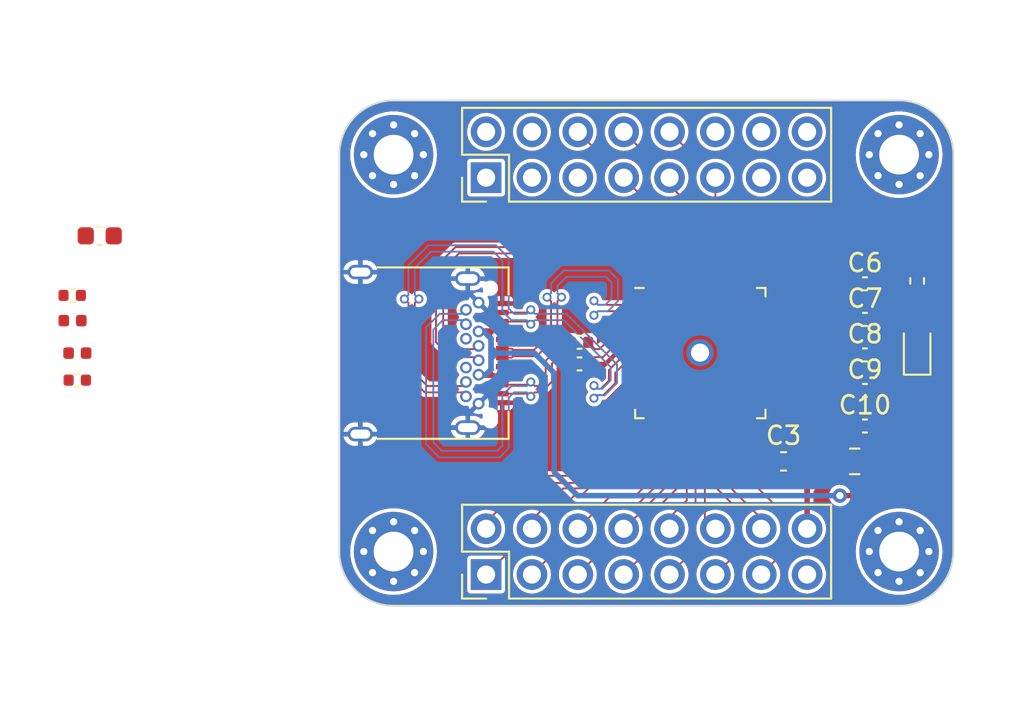
<source format=kicad_pcb>
(kicad_pcb (version 20221018) (generator pcbnew)
  (layers (0 "F.Cu" signal) (31 "B.Cu" signal) (34 "B.Paste" user) (35 "F.Paste" user) (36 "B.SilkS" user "B.Silkscreen") (37 "F.SilkS" user "F.Silkscreen") (38 "B.Mask" user) (39 "F.Mask" user) (44 "Edge.Cuts" user))
  (net 0 "")
  (net 1 "Net-(J1-VBUS)")
  (net 6 "/TYPEC_RXN")
  (net 7 "/GPIO5")
  (net 8 "/SSRXP")
  (net 9 "/TYPEC_RXP")
  (net 11 "/SSTXP")
  (net 12 "/SSTXN")
  (net 13 "/GPIO4")
  (net 14 "/12")
  (net 15 "/JTAG_TMS")
  (net 16 "/14")
  (net 17 "/JTAG_TCK")
  (net 18 "/16")
  (net 19 "/15")
  (net 20 "/18")
  (net 21 "/JTAG_TDI")
  (net 22 "/20")
  (net 23 "/19")
  (net 24 "/22")
  (net 25 "/21")
  (net 26 "/3V3_HEC")
  (net 27 "/1V2_HEC")
  (net 30 "HPAD")
  (net 39 "/47")
  (net 40 "/46")
  (net 41 "/45")
  (net 42 "/43")
  (net 43 "/42")
  (net 45 "/41")
  (net 46 "/39")
  (net 47 "/38")
  (net 49 "/37")
  (net 50 "/36")
  (net 51 "/35")
  (net 53 "/USB_DP")
  (net 54 "/USB_DN")
  (net 57 "VBUS")
  (net 58 "GND")
  (net 59 "/33")
  (net 60 "/29")
  (net 64 "+1V2")
  (net 65 "+3V3")
  (net 70 "Net-(D1-A)")
  (net 71 "/9")
  (net 72 "/SSRXN")
  (net 73 "unconnected-(J3-Pin_2)")
  (net 74 "/11")
  (net 75 "/10")
  (net 76 "/13")
  (net 77 "/17")
  (net 78 "+1V8")
  (net 79 "VCAP")
  (footprint "Capacitor_SMD:C_0402_1005Metric" (layer "F.Cu") (at 25.3 25.4 180)
    (fp_text reference "C1" hide)
    (fp_text value "100nF")
  )
  (footprint "Capacitor_SMD:C_0603_1608Metric" (layer "F.Cu") (at -1.275 19.5)
    (fp_text reference "C3" hide)
    (fp_text value "6uF")
  )
  (footprint "Connector_PinHeader_2.54mm:PinHeader_2x08_P2.54mm_Vertical" (layer "F.Cu") (at 20.125 38.275 90)
    (fp_text reference "J3" hide)
    (fp_text value "Conn_02x08_Odd_Even")
  )
  (footprint "Capacitor_SMD:C_0402_1005Metric" (layer "F.Cu") (at 41.11 24.13)
    (fp_text reference "C7")
    (fp_text value "C")
  )
  (footprint "LED_SMD:LED_0603_1608Metric" (layer "F.Cu") (at 44 25.71 90)
    (fp_text reference "D1" hide)
    (fp_text value "LED")
  )
  (footprint "Capacitor_SMD:C_0603_1608Metric" (layer "F.Cu") (at 36.6 32)
    (fp_text reference "C3")
    (fp_text value "6uF")
  )
  (footprint "Capacitor_SMD:C_0402_1005Metric" (layer "F.Cu") (at 25.3 26.6 180)
    (fp_text reference "C2" hide)
    (fp_text value "100nF")
  )
  (footprint "Capacitor_SMD:C_0402_1005Metric" (layer "F.Cu") (at -2.52 27.5)
    (fp_text reference "C4" hide)
    (fp_text value "100nF")
  )
  (footprint "MountingHole:MountingHole_2.2mm_M2_Pad_Via" (layer "F.Cu") (at 15 15)
    (fp_text reference "H1" hide)
    (fp_text value "MountingHole_Pad")
  )
  (footprint "Inductor_SMD:L_0402_1005Metric" (layer "F.Cu") (at -2.515 26 180)
    (fp_text reference "L1" hide)
    (fp_text value "L")
  )
  (footprint "Inductor_SMD:L_0402_1005Metric" (layer "F.Cu") (at -2.78 24.2 180)
    (fp_text reference "L2" hide)
    (fp_text value "L")
  )
  (footprint "Connector_USB:USB_C_Receptacle_Amphenol_12401548E4-2A" (layer "F.Cu") (at 16 26 -90)
    (fp_text reference "J1" hide)
    (fp_text value "USB_C_Receptacle")
  )
  (footprint "Resistor_SMD:R_0402_1005Metric" (layer "F.Cu") (at 44 22 -90)
    (fp_text reference "R1" hide)
    (fp_text value "R")
  )
  (footprint "Capacitor_SMD:C_0402_1005Metric" (layer "F.Cu") (at 41.11 28.07)
    (fp_text reference "C9")
    (fp_text value "C")
  )
  (footprint "Capacitor_SMD:C_0402_1005Metric" (layer "F.Cu") (at 41.11 30.04)
    (fp_text reference "C10")
    (fp_text value "C")
  )
  (footprint "Connector_PinHeader_2.54mm:PinHeader_2x08_P2.54mm_Vertical" (layer "F.Cu") (at 20.125 16.275 90)
    (fp_text reference "J2" hide)
    (fp_text value "Conn_02x08_Odd_Even")
  )
  (footprint "MountingHole:MountingHole_2.2mm_M2_Pad_Via" (layer "F.Cu") (at 43 37)
    (fp_text reference "H4" hide)
    (fp_text value "MountingHole_Pad")
  )
  (footprint "MountingHole:MountingHole_2.2mm_M2_Pad_Via" (layer "F.Cu") (at 43 15)
    (fp_text reference "H3" hide)
    (fp_text value "MountingHole_Pad")
  )
  (footprint "MountingHole:MountingHole_2.2mm_M2_Pad_Via" (layer "F.Cu") (at 15 37)
    (fp_text reference "H2" hide)
    (fp_text value "MountingHole_Pad")
  )
  (footprint "Capacitor_SMD:C_0402_1005Metric" (layer "F.Cu") (at 41.11 26.1)
    (fp_text reference "C8")
    (fp_text value "C")
  )
  (footprint "sandisk:20-82-00388" (layer "F.Cu") (at 32 26)
    (fp_text reference "U1" hide)
    (fp_text value "~")
  )
  (footprint "Fuse:Fuse_0805_2012Metric" (layer "F.Cu") (at 40.5375 32 180)
    (fp_text reference "F1" hide)
    (fp_text value "Fuse")
  )
  (footprint "Capacitor_SMD:C_0402_1005Metric" (layer "F.Cu") (at 41.11 22.16)
    (fp_text reference "C6")
    (fp_text value "C")
  )
  (footprint "Capacitor_SMD:C_0402_1005Metric" (layer "F.Cu") (at -2.8 22.8)
    (fp_text reference "C5" hide)
    (fp_text value "100nF")
  )
  (gr_arc (start 15 40) (mid 12.87868 39.12132) (end 12 37) (stroke (width 0.1)) (layer "Edge.Cuts"))
  (gr_line (start 43 40) (end 15 40) (stroke (width 0.1)) (layer "Edge.Cuts"))
  (gr_arc (start 46 37) (mid 45.12132 39.12132) (end 43 40) (stroke (width 0.1)) (layer "Edge.Cuts"))
  (gr_line (start 46 15) (end 46 37) (stroke (width 0.1)) (layer "Edge.Cuts"))
  (gr_arc (start 12 15) (mid 12.87868 12.87868) (end 15 12) (stroke (width 0.1)) (layer "Edge.Cuts"))
  (gr_line (start 12 37) (end 12 15) (stroke (width 0.1)) (layer "Edge.Cuts"))
  (gr_arc (start 43 12) (mid 45.12132 12.87868) (end 46 15) (stroke (width 0.1)) (layer "Edge.Cuts"))
  (gr_line (start 15 12) (end 43 12) (stroke (width 0.1)) (layer "Edge.Cuts"))
  (segment (start 41.475 33.025) (end 41.475 32) (width 0.3048) (layer "F.Cu") (net 1))
  (segment (start 21.02 24.75) (end 20.35 24.75) (width 0.25) (layer "F.Cu") (net 1))
  (segment (start 20.65 27.25) (end 20.55 27.25) (width 0.2032) (layer "F.Cu") (net 1))
  (segment (start 20.65 27.25) (end 20.35 27.25) (width 0.25) (layer "F.Cu") (net 1))
  (segment (start 20.35 24.75) (end 19.76 24.75) (width 0.25) (layer "F.Cu") (net 1))
  (segment (start 21.02 24.75) (end 20.55 24.75) (width 0.2032) (layer "F.Cu") (net 1))
  (segment (start 20.2 24.8) (end 20.35 24.95) (width 0.2032) (layer "F.Cu") (net 1))
  (segment (start 20.05 27.25) (end 20.15 27.25) (width 0.2032) (layer "F.Cu") (net 1))
  (segment (start 20.55 27.25) (end 20.35 27.05) (width 0.2032) (layer "F.Cu") (net 1))
  (segment (start 20.35 24.75) (end 20.35 25.05) (width 0.2032) (layer "F.Cu") (net 1))
  (segment (start 19.76 24.75) (end 19.71 24.8) (width 0.25) (layer "F.Cu") (net 1))
  (segment (start 20.35 27.25) (end 20.05 27.25) (width 0.25) (layer "F.Cu") (net 1))
  (segment (start 21.02 27.25) (end 20.65 27.25) (width 0.25) (layer "F.Cu") (net 1))
  (segment (start 20.55 24.75) (end 20.35 24.95) (width 0.2032) (layer "F.Cu") (net 1))
  (segment (start 20.35 25.05) (end 20.35 27.05) (width 0.2032) (layer "F.Cu") (net 1))
  (segment (start 19.71 24.8) (end 20.2 24.8) (width 0.2032) (layer "F.Cu") (net 1))
  (segment (start 20.15 27.25) (end 20.35 27.05) (width 0.2032) (layer "F.Cu") (net 1))
  (segment (start 39.720192 33.9) (end 40.6 33.9) (width 0.3048) (layer "F.Cu") (net 1))
  (segment (start 20.05 27.25) (end 19.76 27.25) (width 0.25) (layer "F.Cu") (net 1))
  (segment (start 40.6 33.9) (end 41.475 33.025) (width 0.3048) (layer "F.Cu") (net 1))
  (segment (start 20.35 27.05) (end 20.35 27.25) (width 0.2032) (layer "F.Cu") (net 1))
  (segment (start 19.76 27.25) (end 19.71 27.2) (width 0.25) (layer "F.Cu") (net 1))
  (segment (start 20.35 24.95) (end 20.35 25.05) (width 0.2032) (layer "F.Cu") (net 1))
  (via (at 39.720192 33.9) (size 0.8) (drill 0.4) (layers "F.Cu" "B.Cu") (net 1))
  (segment (start 20.7 26) (end 20.5 26.2) (width 0.3048) (layer "B.Cu") (net 1))
  (segment (start 19.71 24.8) (end 20 24.8) (width 0.3048) (layer "B.Cu") (net 1))
  (segment (start 25.2 33.9) (end 23.9 32.6) (width 0.3048) (layer "B.Cu") (net 1))
  (segment (start 20.4 26.9) (end 20.1 27.2) (width 0.3048) (layer "B.Cu") (net 1))
  (segment (start 20.7 26) (end 20.5 25.8) (width 0.3048) (layer "B.Cu") (net 1))
  (segment (start 20.4 25.8) (end 20.4 26) (width 0.3048) (layer "B.Cu") (net 1))
  (segment (start 20.5 26.2) (end 20.4 26.2) (width 0.3048) (layer "B.Cu") (net 1))
  (segment (start 20 24.8) (end 20.4 25.2) (width 0.3048) (layer "B.Cu") (net 1))
  (segment (start 20.4 25.2) (end 20.4 25.8) (width 0.3048) (layer "B.Cu") (net 1))
  (segment (start 20.4 26.2) (end 20.4 26.9) (width 0.3048) (layer "B.Cu") (net 1))
  (segment (start 20.5 25.8) (end 20.4 25.8) (width 0.3048) (layer "B.Cu") (net 1))
  (segment (start 39.720192 33.9) (end 25.2 33.9) (width 0.3048) (layer "B.Cu") (net 1))
  (segment (start 23.9 32.6) (end 23.9 27.1) (width 0.3048) (layer "B.Cu") (net 1))
  (segment (start 20.1 27.2) (end 19.71 27.2) (width 0.3048) (layer "B.Cu") (net 1))
  (segment (start 23.9 27.1) (end 22.8 26) (width 0.3048) (layer "B.Cu") (net 1))
  (segment (start 20.4 26) (end 20.7 26) (width 0.3048) (layer "B.Cu") (net 1))
  (segment (start 20.4 26) (end 20.4 26.2) (width 0.3048) (layer "B.Cu") (net 1))
  (segment (start 22.8 26) (end 20.7 26) (width 0.3048) (layer "B.Cu") (net 1))
  (segment (start 22.45 27.75) (end 22.6 27.6) (width 0.1016) (layer "F.Cu") (net 6))
  (segment (start 24.3958 25.8242) (end 24.82 25.4) (width 0.1016) (layer "F.Cu") (net 6))
  (segment (start 21.02 27.75) (end 22.45 27.75) (width 0.1016) (layer "F.Cu") (net 6))
  (segment (start 23.4242 26.42718) (end 24.02718 25.8242) (width 0.1016) (layer "F.Cu") (net 6))
  (segment (start 24.02718 25.8242) (end 24.3958 25.8242) (width 0.1016) (layer "F.Cu") (net 6))
  (segment (start 22.8242 27.8242) (end 23.02718 27.8242) (width 0.1016) (layer "F.Cu") (net 6))
  (segment (start 22.6 27.6) (end 22.8242 27.8242) (width 0.1016) (layer "F.Cu") (net 6))
  (segment (start 23.02718 27.8242) (end 23.4242 27.42718) (width 0.1016) (layer "F.Cu") (net 6))
  (segment (start 23.4242 27.42718) (end 23.4242 26.42718) (width 0.1016) (layer "F.Cu") (net 6))
  (via (at 22.6 27.6) (size 0.5) (drill 0.3) (layers "F.Cu" "B.Cu") (net 6))
  (segment (start 22.3758 27.8242) (end 21.52718 27.8242) (width 0.1016) (layer "B.Cu") (net 6))
  (segment (start 17.2 24.701108) (end 17.725308 24.1758) (width 0.1016) (layer "B.Cu") (net 6))
  (segment (start 17.725308 24.1758) (end 18.7858 24.1758) (width 0.1016) (layer "B.Cu") (net 6))
  (segment (start 21.52718 27.8242) (end 21.0242 28.32718) (width 0.1016) (layer "B.Cu") (net 6))
  (segment (start 17.67282 31.4242) (end 17.2 30.95138) (width 0.1016) (layer "B.Cu") (net 6))
  (segment (start 17.2 30.95138) (end 17.2 24.701108) (width 0.1016) (layer "B.Cu") (net 6))
  (segment (start 21.0242 31.12718) (end 20.72718 31.4242) (width 0.1016) (layer "B.Cu") (net 6))
  (segment (start 20.72718 31.4242) (end 17.67282 31.4242) (width 0.1016) (layer "B.Cu") (net 6))
  (segment (start 22.6 27.6) (end 22.3758 27.8242) (width 0.1016) (layer "B.Cu") (net 6))
  (segment (start 18.7858 24.1758) (end 19.01 24.4) (width 0.1016) (layer "B.Cu") (net 6))
  (segment (start 21.0242 28.32718) (end 21.0242 31.12718) (width 0.1016) (layer "B.Cu") (net 6))
  (segment (start 28.515001 25.225001) (end 28.54 25.25) (width 0.1016) (layer "F.Cu") (net 8))
  (segment (start 25.78 26.6) (end 26.154999 26.225001) (width 0.1016) (layer "F.Cu") (net 8))
  (segment (start 26.154999 26.225001) (end 26.593199 26.225001) (width 0.1016) (layer "F.Cu") (net 8))
  (segment (start 27.593199 25.225001) (end 28.515001 25.225001) (width 0.1016) (layer "F.Cu") (net 8))
  (segment (start 26.593199 26.225001) (end 27.593199 25.225001) (width 0.1016) (layer "F.Cu") (net 8))
  (segment (start 23.7758 27.57282) (end 23.7758 26.57282) (width 0.1016) (layer "F.Cu") (net 9))
  (segment (start 22.6 28.4) (end 22.8242 28.1758) (width 0.1016) (layer "F.Cu") (net 9))
  (segment (start 22.8242 28.1758) (end 23.17282 28.1758) (width 0.1016) (layer "F.Cu") (net 9))
  (segment (start 22.45 28.25) (end 22.6 28.4) (width 0.1016) (layer "F.Cu") (net 9))
  (segment (start 23.17282 28.1758) (end 23.7758 27.57282) (width 0.1016) (layer "F.Cu") (net 9))
  (segment (start 24.17282 26.1758) (end 24.3958 26.1758) (width 0.1016) (layer "F.Cu") (net 9))
  (segment (start 21.02 28.25) (end 22.45 28.25) (width 0.1016) (layer "F.Cu") (net 9))
  (segment (start 23.7758 26.57282) (end 24.17282 26.1758) (width 0.1016) (layer "F.Cu") (net 9))
  (segment (start 24.3958 26.1758) (end 24.82 26.6) (width 0.1016) (layer "F.Cu") (net 9))
  (via (at 22.6 28.4) (size 0.5) (drill 0.3) (layers "F.Cu" "B.Cu") (net 9))
  (segment (start 20.87282 31.7758) (end 17.52718 31.7758) (width 0.1016) (layer "B.Cu") (net 9))
  (segment (start 18.7858 23.8242) (end 19.01 23.6) (width 0.1016) (layer "B.Cu") (net 9))
  (segment (start 17.55149 23.8242) (end 18.7858 23.8242) (width 0.1016) (layer "B.Cu") (net 9))
  (segment (start 21.67282 28.1758) (end 21.3758 28.47282) (width 0.1016) (layer "B.Cu") (net 9))
  (segment (start 16.8 31.04862) (end 16.8 24.57569) (width 0.1016) (layer "B.Cu") (net 9))
  (segment (start 16.8 24.57569) (end 17.55149 23.8242) (width 0.1016) (layer "B.Cu") (net 9))
  (segment (start 22.6 28.4) (end 22.3758 28.1758) (width 0.1016) (layer "B.Cu") (net 9))
  (segment (start 17.52718 31.7758) (end 16.8 31.04862) (width 0.1016) (layer "B.Cu") (net 9))
  (segment (start 22.3758 28.1758) (end 21.67282 28.1758) (width 0.1016) (layer "B.Cu") (net 9))
  (segment (start 21.3758 31.27282) (end 20.87282 31.7758) (width 0.1016) (layer "B.Cu") (net 9))
  (segment (start 21.3758 28.47282) (end 21.3758 31.27282) (width 0.1016) (layer "B.Cu") (net 9))
  (segment (start 16.72718 28.1758) (end 18.7858 28.1758) (width 0.1016) (layer "F.Cu") (net 11))
  (segment (start 26.62282 28.3258) (end 27.2758 27.67282) (width 0.1016) (layer "F.Cu") (net 11))
  (segment (start 28.4658 26.6758) (end 28.54 26.75) (width 0.1016) (layer "F.Cu") (net 11))
  (segment (start 21.02 23.75) (end 22.45 23.75) (width 0.1016) (layer "F.Cu") (net 11))
  (segment (start 27.2758 27.090409) (end 27.690409 26.6758) (width 0.1016) (layer "F.Cu") (net 11))
  (segment (start 15.8242 27.27282) (end 16.72718 28.1758) (width 0.1016) (layer "F.Cu") (net 11))
  (segment (start 27.2758 27.67282) (end 27.2758 27.090409) (width 0.1016) (layer "F.Cu") (net 11))
  (segment (start 26.1 28.5) (end 26.2742 28.3258) (width 0.1016) (layer "F.Cu") (net 11))
  (segment (start 15.8242 23.2242) (end 15.8242 27.27282) (width 0.1016) (layer "F.Cu") (net 11))
  (segment (start 15.6 23) (end 15.8242 23.2242) (width 0.1016) (layer "F.Cu") (net 11))
  (segment (start 26.2742 28.3258) (end 26.62282 28.3258) (width 0.1016) (layer "F.Cu") (net 11))
  (segment (start 18.7858 28.1758) (end 19.01 28.4) (width 0.1016) (layer "F.Cu") (net 11))
  (segment (start 27.690409 26.6758) (end 28.4658 26.6758) (width 0.1016) (layer "F.Cu") (net 11))
  (segment (start 22.45 23.75) (end 22.6 23.6) (width 0.1016) (layer "F.Cu") (net 11))
  (via (at 15.6 23) (size 0.5) (drill 0.3) (layers "F.Cu" "B.Cu") (net 11))
  (via (at 26.1 28.5) (size 0.5) (drill 0.3) (layers "F.Cu" "B.Cu") (net 11))
  (via (at 22.6 23.6) (size 0.5) (drill 0.3) (layers "F.Cu" "B.Cu") (net 11))
  (segment (start 15.8242 22.7758) (end 15.6 23) (width 0.1016) (layer "B.Cu") (net 11))
  (segment (start 22.6 23.6) (end 22.8242 23.8242) (width 0.1016) (layer "B.Cu") (net 11))
  (segment (start 27.3758 26.62718) (end 27.3758 27.655231) (width 0.1016) (layer "B.Cu") (net 11))
  (segment (start 16.92718 20.0242) (end 15.8242 21.12718) (width 0.1016) (layer "B.Cu") (net 11))
  (segment (start 21.3758 20.72718) (end 20.67282 20.0242) (width 0.1016) (layer "B.Cu") (net 11))
  (segment (start 22.6 23.6) (end 22.3758 23.8242) (width 0.1016) (layer "B.Cu") (net 11))
  (segment (start 22.8242 23.8242) (end 24.57282 23.8242) (width 0.1016) (layer "B.Cu") (net 11))
  (segment (start 26.2742 28.3258) (end 26.1 28.5) (width 0.1016) (layer "B.Cu") (net 11))
  (segment (start 21.67282 23.8242) (end 21.3758 23.52718) (width 0.1016) (layer "B.Cu") (net 11))
  (segment (start 24.57282 23.8242) (end 27.3758 26.62718) (width 0.1016) (layer "B.Cu") (net 11))
  (segment (start 26.705231 28.3258) (end 26.2742 28.3258) (width 0.1016) (layer "B.Cu") (net 11))
  (segment (start 22.3758 23.8242) (end 21.67282 23.8242) (width 0.1016) (layer "B.Cu") (net 11))
  (segment (start 21.3758 23.52718) (end 21.3758 20.72718) (width 0.1016) (layer "B.Cu") (net 11))
  (segment (start 27.3758 27.655231) (end 26.705231 28.3258) (width 0.1016) (layer "B.Cu") (net 11))
  (segment (start 15.8242 21.12718) (end 15.8242 22.7758) (width 0.1016) (layer "B.Cu") (net 11))
  (segment (start 20.67282 20.0242) (end 16.92718 20.0242) (width 0.1016) (layer "B.Cu") (net 11))
  (segment (start 18.7858 27.8242) (end 19.01 27.6) (width 0.1016) (layer "F.Cu") (net 12))
  (segment (start 16.87282 27.8242) (end 18.7858 27.8242) (width 0.1016) (layer "F.Cu") (net 12))
  (segment (start 21.02 24.25) (end 22.45 24.25) (width 0.1016) (layer "F.Cu") (net 12))
  (segment (start 26.1 27.8) (end 26.2742 27.9742) (width 0.1016) (layer "F.Cu") (net 12))
  (segment (start 16.1758 27.12718) (end 16.87282 27.8242) (width 0.1016) (layer "F.Cu") (net 12))
  (segment (start 16.1758 23.2242) (end 16.1758 27.12718) (width 0.1016) (layer "F.Cu") (net 12))
  (segment (start 26.9242 27.52718) (end 26.9242 26.944769) (width 0.1016) (layer "F.Cu") (net 12))
  (segment (start 26.9242 26.944769) (end 27.544769 26.3242) (width 0.1016) (layer "F.Cu") (net 12))
  (segment (start 26.2742 27.9742) (end 26.47718 27.9742) (width 0.1016) (layer "F.Cu") (net 12))
  (segment (start 28.4658 26.3242) (end 28.54 26.25) (width 0.1016) (layer "F.Cu") (net 12))
  (segment (start 26.47718 27.9742) (end 26.9242 27.52718) (width 0.1016) (layer "F.Cu") (net 12))
  (segment (start 16.4 23) (end 16.1758 23.2242) (width 0.1016) (layer "F.Cu") (net 12))
  (segment (start 22.45 24.25) (end 22.6 24.4) (width 0.1016) (layer "F.Cu") (net 12))
  (segment (start 27.544769 26.3242) (end 28.4658 26.3242) (width 0.1016) (layer "F.Cu") (net 12))
  (via (at 26.1 27.8) (size 0.5) (drill 0.3) (layers "F.Cu" "B.Cu") (net 12))
  (via (at 22.6 24.4) (size 0.5) (drill 0.3) (layers "F.Cu" "B.Cu") (net 12))
  (via (at 16.4 23) (size 0.5) (drill 0.3) (layers "F.Cu" "B.Cu") (net 12))
  (segment (start 27.0242 27.509591) (end 26.559591 27.9742) (width 0.1016) (layer "B.Cu") (net 12))
  (segment (start 26.559591 27.9742) (end 26.2742 27.9742) (width 0.1016) (layer "B.Cu") (net 12))
  (segment (start 27.0242 26.77282) (end 27.0242 27.509591) (width 0.1016) (layer "B.Cu") (net 12))
  (segment (start 21.0242 20.87282) (end 20.52718 20.3758) (width 0.1016) (layer "B.Cu") (net 12))
  (segment (start 22.8242 24.1758) (end 24.42718 24.1758) (width 0.1016) (layer "B.Cu") (net 12))
  (segment (start 22.6 24.4) (end 22.3758 24.1758) (width 0.1016) (layer "B.Cu") (net 12))
  (segment (start 22.6 24.4) (end 22.8242 24.1758) (width 0.1016) (layer "B.Cu") (net 12))
  (segment (start 21.0242 23.67282) (end 21.0242 20.87282) (width 0.1016) (layer "B.Cu") (net 12))
  (segment (start 24.42718 24.1758) (end 27.0242 26.77282) (width 0.1016) (layer "B.Cu") (net 12))
  (segment (start 16.1758 22.7758) (end 16.4 23) (width 0.1016) (layer "B.Cu") (net 12))
  (segment (start 17.07282 20.3758) (end 16.1758 21.27282) (width 0.1016) (layer "B.Cu") (net 12))
  (segment (start 16.1758 21.27282) (end 16.1758 22.7758) (width 0.1016) (layer "B.Cu") (net 12))
  (segment (start 26.2742 27.9742) (end 26.1 27.8) (width 0.1016) (layer "B.Cu") (net 12))
  (segment (start 21.52718 24.1758) (end 21.0242 23.67282) (width 0.1016) (layer "B.Cu") (net 12))
  (segment (start 20.52718 20.3758) (end 17.07282 20.3758) (width 0.1016) (layer "B.Cu") (net 12))
  (segment (start 22.3758 24.1758) (end 21.52718 24.1758) (width 0.1016) (layer "B.Cu") (net 12))
  (segment (start 26.9 30) (end 26.9 32.4) (width 0.1016) (layer "F.Cu") (net 14))
  (segment (start 25.4 33.9) (end 25 33.9) (width 0.1016) (layer "F.Cu") (net 14))
  (segment (start 28.54 28.75) (end 28.15 28.75) (width 0.1016) (layer "F.Cu") (net 14))
  (segment (start 23.9 37.04) (end 22.665 38.275) (width 0.1016) (layer "F.Cu") (net 14))
  (segment (start 28.15 28.75) (end 26.9 30) (width 0.1016) (layer "F.Cu") (net 14))
  (segment (start 26.9 32.4) (end 25.4 33.9) (width 0.1016) (layer "F.Cu") (net 14))
  (segment (start 25 33.9) (end 23.9 35) (width 0.1016) (layer "F.Cu") (net 14))
  (segment (start 23.9 35) (end 23.9 37.04) (width 0.1016) (layer "F.Cu") (net 14))
  (segment (start 26.5984 32.275074) (end 26.5984 29.8016) (width 0.1016) (layer "F.Cu") (net 15))
  (segment (start 25.375074 33.4984) (end 26.5984 32.275074) (width 0.1016) (layer "F.Cu") (net 15))
  (segment (start 22.665 35.735) (end 22.665 35.235) (width 0.1016) (layer "F.Cu") (net 15))
  (segment (start 26.5984 29.8016) (end 28.15 28.25) (width 0.1016) (layer "F.Cu") (net 15))
  (segment (start 22.665 35.235) (end 24.4016 33.4984) (width 0.1016) (layer "F.Cu") (net 15))
  (segment (start 28.15 28.25) (end 28.54 28.25) (width 0.1016) (layer "F.Cu") (net 15))
  (segment (start 24.4016 33.4984) (end 25.375074 33.4984) (width 0.1016) (layer "F.Cu") (net 15))
  (segment (start 28.4 34.5) (end 29.74 33.16) (width 0.1016) (layer "F.Cu") (net 16))
  (segment (start 25.205 38.275) (end 26.5 36.98) (width 0.1016) (layer "F.Cu") (net 16))
  (segment (start 26.5 35.1) (end 27.1 34.5) (width 0.1016) (layer "F.Cu") (net 16))
  (segment (start 27.1 34.5) (end 28.4 34.5) (width 0.1016) (layer "F.Cu") (net 16))
  (segment (start 26.5 36.98) (end 26.5 35.1) (width 0.1016) (layer "F.Cu") (net 16))
  (segment (start 29.74 33.16) (end 29.74 29.45) (width 0.1016) (layer "F.Cu") (net 16))
  (segment (start 29 37.02) (end 29 35.2) (width 0.1016) (layer "F.Cu") (net 18))
  (segment (start 29 35.2) (end 30.74 33.46) (width 0.1016) (layer "F.Cu") (net 18))
  (segment (start 30.74 33.46) (end 30.74 29.45) (width 0.1016) (layer "F.Cu") (net 18))
  (segment (start 27.745 38.275) (end 29 37.02) (width 0.1016) (layer "F.Cu") (net 18))
  (segment (start 27.765 35.735) (end 30.24 33.26) (width 0.1016) (layer "F.Cu") (net 19))
  (segment (start 27.745 35.735) (end 27.765 35.735) (width 0.1016) (layer "F.Cu") (net 19))
  (segment (start 30.24 33.26) (end 30.24 29.45) (width 0.1016) (layer "F.Cu") (net 19))
  (segment (start 31.74 29.45) (end 31.7242 29.4658) (width 0.1016) (layer "F.Cu") (net 20))
  (segment (start 31.7242 29.4658) (end 31.7242 36.8358) (width 0.1016) (layer "F.Cu") (net 20))
  (segment (start 31.7242 36.8358) (end 30.285 38.275) (width 0.1016) (layer "F.Cu") (net 20))
  (segment (start 32.74 29.45) (end 32.74 33.34) (width 0.1016) (layer "F.Cu") (net 22))
  (segment (start 34.1 37) (end 32.825 38.275) (width 0.1016) (layer "F.Cu") (net 22))
  (segment (start 32.74 33.34) (end 34.1 34.7) (width 0.1016) (layer "F.Cu") (net 22))
  (segment (start 34.1 34.7) (end 34.1 37) (width 0.1016) (layer "F.Cu") (net 22))
  (segment (start 32.24 29.45) (end 32.24 35.15) (width 0.1016) (layer "F.Cu") (net 23))
  (segment (start 32.24 35.15) (end 32.825 35.735) (width 0.1016) (layer "F.Cu") (net 23))
  (segment (start 36.6 34.9) (end 36.6 37.04) (width 0.1016) (layer "F.Cu") (net 24))
  (segment (start 33.74 32.04) (end 36.6 34.9) (width 0.1016) (layer "F.Cu") (net 24))
  (segment (start 33.74 29.45) (end 33.74 32.04) (width 0.1016) (layer "F.Cu") (net 24))
  (segment (start 36.6 37.04) (end 35.365 38.275) (width 0.1016) (layer "F.Cu") (net 24))
  (segment (start 35.365 35.735) (end 35.365 35.165) (width 0.1016) (layer "F.Cu") (net 25))
  (segment (start 35.365 35.165) (end 33.24 33.04) (width 0.1016) (layer "F.Cu") (net 25))
  (segment (start 33.24 33.04) (end 33.24 29.45) (width 0.1016) (layer "F.Cu") (net 25))
  (via (at 31.975 25.975) (size 1.5) (drill 1) (layers "F.Cu" "B.Cu") (net 30))
  (segment (start 28.0532 18.4032) (end 30.55 18.4032) (width 0.1016) (layer "F.Cu") (net 45))
  (segment (start 32.7 22.51) (end 32.74 22.55) (width 0.1016) (layer "F.Cu") (net 45))
  (segment (start 30.55 18.4032) (end 32.7 20.5532) (width 0.1016) (layer "F.Cu") (net 45))
  (segment (start 32.7 20.5532) (end 32.7 22.51) (width 0.1016) (layer "F.Cu") (net 45))
  (segment (start 26.5 15.03) (end 26.5 16.85) (width 0.1016) (layer "F.Cu") (net 45))
  (segment (start 26.5 16.85) (end 28.0532 18.4032) (width 0.1016) (layer "F.Cu") (net 45))
  (segment (start 25.205 13.735) (end 26.5 15.03) (width 0.1016) (layer "F.Cu") (net 45))
  (segment (start 29.5516 18.1016) (end 30.75 18.1016) (width 0.1016) (layer "F.Cu") (net 46))
  (segment (start 33.74 21.0916) (end 33.74 22.55) (width 0.1016) (layer "F.Cu") (net 46))
  (segment (start 27.745 16.275) (end 27.745 16.295) (width 0.1016) (layer "F.Cu") (net 46))
  (segment (start 30.75 18.1016) (end 33.74 21.0916) (width 0.1016) (layer "F.Cu") (net 46))
  (segment (start 27.745 16.295) (end 29.5516 18.1016) (width 0.1016) (layer "F.Cu") (net 46))
  (segment (start 29.9 17.8) (end 30.973474 17.8) (width 0.1016) (layer "F.Cu") (net 47))
  (segment (start 34.24 21.066526) (end 34.24 22.55) (width 0.1016) (layer "F.Cu") (net 47))
  (segment (start 30.973474 17.8) (end 34.24 21.066526) (width 0.1016) (layer "F.Cu") (net 47))
  (segment (start 29.05 15.04) (end 29.05 16.95) (width 0.1016) (layer "F.Cu") (net 47))
  (segment (start 27.745 13.735) (end 29.05 15.04) (width 0.1016) (layer "F.Cu") (net 47))
  (segment (start 29.05 16.95) (end 29.9 17.8) (width 0.1016) (layer "F.Cu") (net 47))
  (segment (start 34.74 21.14) (end 34.74 22.55) (width 0.1016) (layer "F.Cu") (net 49))
  (segment (start 30.285 16.275) (end 30.285 16.685) (width 0.1016) (layer "F.Cu") (net 49))
  (segment (start 30.285 16.685) (end 34.74 21.14) (width 0.1016) (layer "F.Cu") (net 49))
  (segment (start 31.5 17.473474) (end 33.528126 19.5016) (width 0.1016) (layer "F.Cu") (net 50))
  (segment (start 31.5 14.95) (end 31.5 17.473474) (width 0.1016) (layer "F.Cu") (net 50))
  (segment (start 37.225074 19.5016) (end 37.8984 20.174926) (width 0.1016) (layer "F.Cu") (net 50))
  (segment (start 37.5 23.25) (end 35.44 23.25) (width 0.1016) (layer "F.Cu") (net 50))
  (segment (start 33.528126 19.5016) (end 37.225074 19.5016) (width 0.1016) (layer "F.Cu") (net 50))
  (segment (start 37.8984 20.174926) (end 37.8984 22.8516) (width 0.1016) (layer "F.Cu") (net 50))
  (segment (start 30.285 13.735) (end 31.5 14.95) (width 0.1016) (layer "F.Cu") (net 50))
  (segment (start 37.8984 22.8516) (end 37.5 23.25) (width 0.1016) (layer "F.Cu") (net 50))
  (segment (start 33.653052 19.2) (end 37.35 19.2) (width 0.1016) (layer "F.Cu") (net 51))
  (segment (start 37.35 19.2) (end 38.2 20.05) (width 0.1016) (layer "F.Cu") (net 51))
  (segment (start 37.5 23.75) (end 35.44 23.75) (width 0.1016) (layer "F.Cu") (net 51))
  (segment (start 32.825 18.371948) (end 33.653052 19.2) (width 0.1016) (layer "F.Cu") (net 51))
  (segment (start 38.2 20.05) (end 38.2 23.05) (width 0.1016) (layer "F.Cu") (net 51))
  (segment (start 38.2 23.05) (end 37.5 23.75) (width 0.1016) (layer "F.Cu") (net 51))
  (segment (start 32.825 16.275) (end 32.825 18.371948) (width 0.1016) (layer "F.Cu") (net 51))
  (segment (start 23.5 22.9) (end 23.7242 23.1242) (width 0.1016) (layer "F.Cu") (net 53))
  (segment (start 17.35 21.2) (end 18.4258 20.1242) (width 0.1016) (layer "F.Cu") (net 53))
  (segment (start 22.77718 25.8242) (end 21.619201 25.8242) (width 0.1016) (layer "F.Cu") (net 53))
  (segment (start 28.4658 23.6758) (end 28.54 23.75) (width 0.1016) (layer "F.Cu") (net 53))
  (segment (start 18.4258 20.1242) (end 24.32282 20.1242) (width 0.1016) (layer "F.Cu") (net 53))
  (segment (start 26.1 23.9) (end 26.3242 23.6758) (width 0.1016) (layer "F.Cu") (net 53))
  (segment (start 26.3242 23.6758) (end 28.4658 23.6758) (width 0.1016) (layer "F.Cu") (net 53))
  (segment (start 17.35 25.399696) (end 17.35 21.2) (width 0.1016) (layer "F.Cu") (net 53))
  (segment (start 19.71 26.4) (end 19.5342 26.2242) (width 0.1016) (layer "F.Cu") (net 53))
  (segment (start 19.5342 26.2242) (end 18.174504 26.2242) (width 0.1016) (layer "F.Cu") (net 53))
  (segment (start 18.174504 26.2242) (end 17.35 25.399696) (width 0.1016) (layer "F.Cu") (net 53))
  (segment (start 21.619201 25.8242) (end 21.545001 25.75) (width 0.1016) (layer "F.Cu") (net 53))
  (segment (start 23.7242 23.1242) (end 23.7242 24.87718) (width 0.1016) (layer "F.Cu") (net 53))
  (segment (start 21.545001 25.75) (end 21.02 25.75) (width 0.1016) (layer "F.Cu") (net 53))
  (segment (start 23.7242 24.87718) (end 22.77718 25.8242) (width 0.1016) (layer "F.Cu") (net 53))
  (via (at 23.5 22.9) (size 0.5) (drill 0.3) (layers "F.Cu" "B.Cu") (net 53))
  (via (at 26.1 23.9) (size 0.5) (drill 0.3) (layers "F.Cu" "B.Cu") (net 53))
  (segment (start 23.7242 22.6758) (end 23.7242 22.12718) (width 0.1016) (layer "B.Cu") (net 53))
  (segment (start 23.5 22.9) (end 23.7242 22.6758) (width 0.1016) (layer "B.Cu") (net 53))
  (segment (start 26.3242 23.6758) (end 26.1 23.9) (width 0.1016) (layer "B.Cu") (net 53))
  (segment (start 27.4258 21.92718) (end 27.4258 23.118515) (width 0.1016) (layer "B.Cu") (net 53))
  (segment (start 26.868515 23.6758) (end 26.3242 23.6758) (width 0.1016) (layer "B.Cu") (net 53))
  (segment (start 23.7242 22.12718) (end 24.42718 21.4242) (width 0.1016) (layer "B.Cu") (net 53))
  (segment (start 27.4258 23.118515) (end 26.868515 23.6758) (width 0.1016) (layer "B.Cu") (net 53))
  (segment (start 24.42718 21.4242) (end 26.92282 21.4242) (width 0.1016) (layer "B.Cu") (net 53))
  (segment (start 26.92282 21.4242) (end 27.4258 21.92718) (width 0.1016) (layer "B.Cu") (net 53))
  (segment (start 24.3 22.9) (end 24.0758 23.1242) (width 0.1016) (layer "F.Cu") (net 54))
  (segment (start 17.75 21.35) (end 17.75 25.302456) (width 0.1016) (layer "F.Cu") (net 54))
  (segment (start 21.619201 26.1758) (end 21.545001 26.25) (width 0.1016) (layer "F.Cu") (net 54))
  (segment (start 26.3242 23.3242) (end 28.4658 23.3242) (width 0.1016) (layer "F.Cu") (net 54))
  (segment (start 24.0758 23.1242) (end 24.0758 25.02282) (width 0.1016) (layer "F.Cu") (net 54))
  (segment (start 24.17718 20.4758) (end 18.6242 20.4758) (width 0.1016) (layer "F.Cu") (net 54))
  (segment (start 26.1 23.1) (end 26.3242 23.3242) (width 0.1016) (layer "F.Cu") (net 54))
  (segment (start 18.223344 25.7758) (end 17.773772 25.326228) (width 0.1016) (layer "F.Cu") (net 54))
  (segment (start 24.0758 25.02282) (end 22.92282 26.1758) (width 0.1016) (layer "F.Cu") (net 54))
  (segment (start 22.92282 26.1758) (end 21.619201 26.1758) (width 0.1016) (layer "F.Cu") (net 54))
  (segment (start 21.545001 26.25) (end 21.02 26.25) (width 0.1016) (layer "F.Cu") (net 54))
  (segment (start 28.4658 23.3242) (end 28.54 23.25) (width 0.1016) (layer "F.Cu") (net 54))
  (segment (start 19.71 25.6) (end 19.5342 25.7758) (width 0.1016) (layer "F.Cu") (net 54))
  (segment (start 19.5342 25.7758) (end 18.223344 25.7758) (width 0.1016) (layer "F.Cu") (net 54))
  (segment (start 18.6242 20.4758) (end 17.75 21.35) (width 0.1016) (layer "F.Cu") (net 54))
  (segment (start 17.773772 25.326228) (end 17.809638 25.362094) (width 0.1016) (layer "F.Cu") (net 54))
  (segment (start 17.75 25.302456) (end 17.773772 25.326228) (width 0.1016) (layer "F.Cu") (net 54))
  (via (at 24.3 22.9) (size 0.5) (drill 0.3) (layers "F.Cu" "B.Cu") (net 54))
  (via (at 26.1 23.1) (size 0.5) (drill 0.3) (layers "F.Cu" "B.Cu") (net 54))
  (segment (start 24.0758 22.6758) (end 24.0758 22.27282) (width 0.1016) (layer "B.Cu") (net 54))
  (segment (start 27.0742 22.972875) (end 26.722875 23.3242) (width 0.1016) (layer "B.Cu") (net 54))
  (segment (start 24.0758 22.27282) (end 24.57282 21.7758) (width 0.1016) (layer "B.Cu") (net 54))
  (segment (start 24.3 22.9) (end 24.0758 22.6758) (width 0.1016) (layer "B.Cu") (net 54))
  (segment (start 27.0742 22.07282) (end 27.0742 22.972875) (width 0.1016) (layer "B.Cu") (net 54))
  (segment (start 26.77718 21.7758) (end 27.0742 22.07282) (width 0.1016) (layer "B.Cu") (net 54))
  (segment (start 24.57282 21.7758) (end 26.77718 21.7758) (width 0.1016) (layer "B.Cu") (net 54))
  (segment (start 26.722875 23.3242) (end 26.3242 23.3242) (width 0.1016) (layer "B.Cu") (net 54))
  (segment (start 26.3242 23.3242) (end 26.1 23.1) (width 0.1016) (layer "B.Cu") (net 54))
  (segment (start 35.825 32.825) (end 35.825 32) (width 0.3048) (layer "F.Cu") (net 57))
  (segment (start 37.905 33.905) (end 37.905 35.735) (width 0.3048) (layer "F.Cu") (net 57))
  (segment (start 36.1 33.1) (end 35.825 32.825) (width 0.3048) (layer "F.Cu") (net 57))
  (segment (start 37.905 33.495) (end 38.3 33.1) (width 0.3048) (layer "F.Cu") (net 57))
  (segment (start 34.7 32) (end 35.825 32) (width 0.3048) (layer "F.Cu") (net 57))
  (segment (start 37.5 33.1) (end 37.905 33.505) (width 0.3048) (layer "F.Cu") (net 57))
  (segment (start 37.5 33.1) (end 36.1 33.1) (width 0.3048) (layer "F.Cu") (net 57))
  (segment (start 37.905 33.505) (end 37.905 33.905) (width 0.3048) (layer "F.Cu") (net 57))
  (segment (start 37.905 33.505) (end 37.905 33.495) (width 0.3048) (layer "F.Cu") (net 57))
  (segment (start 34.24 31.54) (end 34.7 32) (width 0.3048) (layer "F.Cu") (net 57))
  (segment (start 37.905 33.905) (end 37.905 33.295) (width 0.3048) (layer "F.Cu") (net 57))
  (segment (start 34.24 29.45) (end 34.24 31.54) (width 0.3048) (layer "F.Cu") (net 57))
  (segment (start 38.1 33.1) (end 37.5 33.1) (width 0.3048) (layer "F.Cu") (net 57))
  (segment (start 39.6 32) (end 39.6 32.8) (width 0.3048) (layer "F.Cu") (net 57))
  (segment (start 38.3 33.1) (end 38.1 33.1) (width 0.3048) (layer "F.Cu") (net 57))
  (segment (start 39.3 33.1) (end 38.3 33.1) (width 0.3048) (layer "F.Cu") (net 57))
  (segment (start 39.6 32.8) (end 39.3 33.1) (width 0.3048) (layer "F.Cu") (net 57))
  (segment (start 44 22.51) (end 44 24.9225) (width 0.1016) (layer "F.Cu") (net 70))
  (segment (start 26.2968 32.150148) (end 25.250148 33.1968) (width 0.1016) (layer "F.Cu") (net 71))
  (segment (start 21.4 37) (end 20.125 38.275) (width 0.1016) (layer "F.Cu") (net 71))
  (segment (start 21.4 35.1) (end 21.4 37) (width 0.1016) (layer "F.Cu") (net 71))
  (segment (start 26.2968 29.6032) (end 26.2968 32.150148) (width 0.1016) (layer "F.Cu") (net 71))
  (segment (start 28.54 27.75) (end 28.15 27.75) (width 0.1016) (layer "F.Cu") (net 71))
  (segment (start 25.250148 33.1968) (end 23.3032 33.1968) (width 0.1016) (layer "F.Cu") (net 71))
  (segment (start 28.15 27.75) (end 26.2968 29.6032) (width 0.1016) (layer "F.Cu") (net 71))
  (segment (start 23.3032 33.1968) (end 21.4 35.1) (width 0.1016) (layer "F.Cu") (net 71))
  (segment (start 27.406801 24.774999) (end 28.515001 24.774999) (width 0.1016) (layer "F.Cu") (net 72))
  (segment (start 26.154999 25.774999) (end 26.406801 25.774999) (width 0.1016) (layer "F.Cu") (net 72))
  (segment (start 26.406801 25.774999) (end 27.406801 24.774999) (width 0.1016) (layer "F.Cu") (net 72))
  (segment (start 25.78 25.4) (end 26.154999 25.774999) (width 0.1016) (layer "F.Cu") (net 72))
  (segment (start 28.515001 24.774999) (end 28.54 24.75) (width 0.1016) (layer "F.Cu") (net 72))
  (segment (start 25.2 32.8) (end 22.7 32.8) (width 0.1016) (layer "F.Cu") (net 73))
  (segment (start 20.125 35.375) (end 20.125 35.735) (width 0.1016) (layer "F.Cu") (net 73))
  (segment (start 28.54 27.25) (end 28.15 27.25) (width 0.1016) (layer "F.Cu") (net 73))
  (segment (start 28.15 27.25) (end 25.9952 29.4048) (width 0.1016) (layer "F.Cu") (net 73))
  (segment (start 22.7 32.8) (end 20.125 35.375) (width 0.1016) (layer "F.Cu") (net 73))
  (segment (start 25.9952 32.0048) (end 25.2 32.8) (width 0.1016) (layer "F.Cu") (net 73))
  (segment (start 25.9952 29.4048) (end 25.9952 32.0048) (width 0.1016) (layer "F.Cu") (net 73))
  (segment (start 28.3 34) (end 26.94 34) (width 0.1016) (layer "F.Cu") (net 76))
  (segment (start 26.94 34) (end 25.205 35.735) (width 0.1016) (layer "F.Cu") (net 76))
  (segment (start 29.24 29.45) (end 29.24 33.06) (width 0.1016) (layer "F.Cu") (net 76))
  (segment (start 29.24 33.06) (end 28.3 34) (width 0.1016) (layer "F.Cu") (net 76))
  (segment (start 30.285 35.115) (end 31.24 34.16) (width 0.1016) (layer "F.Cu") (net 77))
  (segment (start 31.24 34.16) (end 31.24 29.45) (width 0.1016) (layer "F.Cu") (net 77))
  (segment (start 30.285 35.735) (end 30.285 35.115) (width 0.1016) (layer "F.Cu") (net 77))
  (zone (net 58) (net_name "GND") (layers F&B.Cu) (connect_pads (clearance 0.127)) (min_thickness 0.127) (fill yes (thermal_gap 0.254) (thermal_bridge_width 0.254) (island_removal_mode 2) (island_area_min 9.999998))
    (polygon (pts (xy 48 42) (xy 10 42) (xy 10 10) (xy 48 10)))
  )
)
</source>
